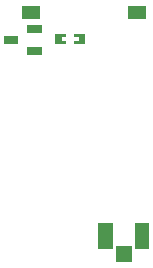
<source format=gbp>
G04 Layer: BottomPasteMaskLayer*
G04 EasyEDA v6.5.9, 2022-08-10 12:44:31*
G04 c5846564ba334fc5ac80b38e15378060,f7cd1a63a7ae402ba8e4f3fce04b6e5d,10*
G04 Gerber Generator version 0.2*
G04 Scale: 100 percent, Rotated: No, Reflected: No *
G04 Dimensions in millimeters *
G04 leading zeros omitted , absolute positions ,4 integer and 5 decimal *
%FSLAX45Y45*%
%MOMM*%

%ADD10C,0.0001*%

%LPD*%
G36*
X654202Y-969213D02*
G01*
X649173Y-974242D01*
X649173Y-1054201D01*
X654202Y-1059230D01*
X734161Y-1059230D01*
X739190Y-1054201D01*
X739190Y-1030020D01*
X702157Y-1030020D01*
X702157Y-997000D01*
X739190Y-997000D01*
X739190Y-974242D01*
X734161Y-969213D01*
G37*
G36*
X814171Y-969213D02*
G01*
X809193Y-974242D01*
X809193Y-997000D01*
X847191Y-997000D01*
X847191Y-1030020D01*
X809193Y-1030020D01*
X809193Y-1054201D01*
X814171Y-1059230D01*
X893165Y-1059230D01*
X898194Y-1054201D01*
X898194Y-974242D01*
X893165Y-969213D01*
G37*
G36*
X410880Y-961593D02*
G01*
X535879Y-961593D01*
X535879Y-891590D01*
X410880Y-891590D01*
G37*
G36*
X410880Y-1151582D02*
G01*
X535879Y-1151582D01*
X535879Y-1081582D01*
X410880Y-1081582D01*
G37*
G36*
X210880Y-1056586D02*
G01*
X335879Y-1056586D01*
X335879Y-986586D01*
X210880Y-986586D01*
G37*
G36*
X367306Y-734443D02*
G01*
X367306Y-844443D01*
X517309Y-844443D01*
X517309Y-734443D01*
G37*
G36*
X1267305Y-734443D02*
G01*
X1267305Y-844443D01*
X1417307Y-844443D01*
X1417307Y-734443D01*
G37*
G36*
X1443339Y-2787650D02*
G01*
X1443339Y-2567635D01*
X1323350Y-2567635D01*
X1323350Y-2787650D01*
G37*
G36*
X1293469Y-2897631D02*
G01*
X1293469Y-2767634D01*
X1163472Y-2767634D01*
X1163472Y-2897631D01*
G37*
G36*
X1133337Y-2787650D02*
G01*
X1133337Y-2567635D01*
X1013348Y-2567635D01*
X1013348Y-2787650D01*
G37*
M02*

</source>
